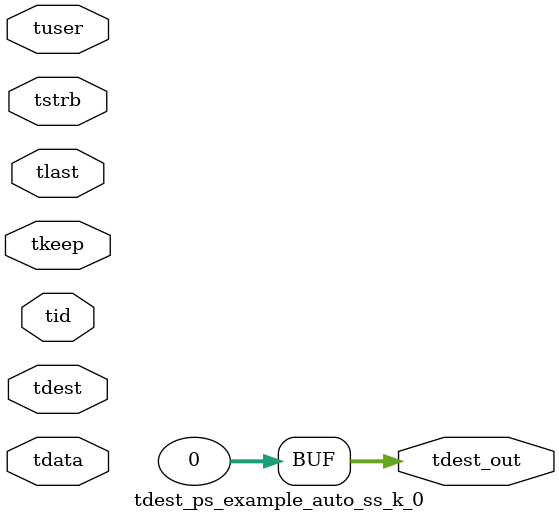
<source format=v>


`timescale 1ps/1ps

module tdest_ps_example_auto_ss_k_0 #
(
parameter C_S_AXIS_TDATA_WIDTH = 32,
parameter C_S_AXIS_TUSER_WIDTH = 0,
parameter C_S_AXIS_TID_WIDTH   = 0,
parameter C_S_AXIS_TDEST_WIDTH = 0,
parameter C_M_AXIS_TDEST_WIDTH = 32
)
(
input  [(C_S_AXIS_TDATA_WIDTH == 0 ? 1 : C_S_AXIS_TDATA_WIDTH)-1:0     ] tdata,
input  [(C_S_AXIS_TUSER_WIDTH == 0 ? 1 : C_S_AXIS_TUSER_WIDTH)-1:0     ] tuser,
input  [(C_S_AXIS_TID_WIDTH   == 0 ? 1 : C_S_AXIS_TID_WIDTH)-1:0       ] tid,
input  [(C_S_AXIS_TDEST_WIDTH == 0 ? 1 : C_S_AXIS_TDEST_WIDTH)-1:0     ] tdest,
input  [(C_S_AXIS_TDATA_WIDTH/8)-1:0 ] tkeep,
input  [(C_S_AXIS_TDATA_WIDTH/8)-1:0 ] tstrb,
input                                                                    tlast,
output [C_M_AXIS_TDEST_WIDTH-1:0] tdest_out
);

assign tdest_out = {1'b0};

endmodule


</source>
